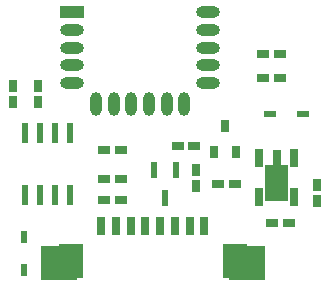
<source format=gtp>
G04*
G04 #@! TF.GenerationSoftware,Altium Limited,Altium Designer,21.7.2 (23)*
G04*
G04 Layer_Color=8421504*
%FSLAX25Y25*%
%MOIN*%
G70*
G04*
G04 #@! TF.SameCoordinates,468C8543-70E2-46C5-B46D-702049A88486*
G04*
G04*
G04 #@! TF.FilePolarity,Positive*
G04*
G01*
G75*
%ADD15R,0.04134X0.02362*%
%ADD16R,0.03937X0.03150*%
%ADD17O,0.07874X0.03937*%
%ADD18C,0.06000*%
%ADD19R,0.02677X0.05906*%
G04:AMPARAMS|DCode=20|XSize=65.35mil|YSize=23.23mil|CornerRadius=2.9mil|HoleSize=0mil|Usage=FLASHONLY|Rotation=270.000|XOffset=0mil|YOffset=0mil|HoleType=Round|Shape=RoundedRectangle|*
%AMROUNDEDRECTD20*
21,1,0.06535,0.01742,0,0,270.0*
21,1,0.05955,0.02323,0,0,270.0*
1,1,0.00581,-0.00871,-0.02977*
1,1,0.00581,-0.00871,0.02977*
1,1,0.00581,0.00871,0.02977*
1,1,0.00581,0.00871,-0.02977*
%
%ADD20ROUNDEDRECTD20*%
%ADD21R,0.03150X0.03937*%
%ADD22O,0.03937X0.07874*%
%ADD23R,0.07874X0.03937*%
G04:AMPARAMS|DCode=24|XSize=42.91mil|YSize=24.02mil|CornerRadius=3mil|HoleSize=0mil|Usage=FLASHONLY|Rotation=90.000|XOffset=0mil|YOffset=0mil|HoleType=Round|Shape=RoundedRectangle|*
%AMROUNDEDRECTD24*
21,1,0.04291,0.01801,0,0,90.0*
21,1,0.03691,0.02402,0,0,90.0*
1,1,0.00600,0.00901,0.01846*
1,1,0.00600,0.00901,-0.01846*
1,1,0.00600,-0.00901,-0.01846*
1,1,0.00600,-0.00901,0.01846*
%
%ADD24ROUNDEDRECTD24*%
%ADD25R,0.02362X0.05709*%
%ADD26R,0.02362X0.04134*%
%ADD27R,0.12205X0.11811*%
%ADD28R,0.03150X0.06299*%
%ADD29R,0.08268X0.11811*%
G36*
X100256Y31551D02*
Y43559D01*
X102717D01*
Y48283D01*
X105394D01*
Y43559D01*
X107854D01*
Y31551D01*
X100256D01*
D02*
G37*
G54D15*
X101965Y60579D02*
D03*
X112988D02*
D03*
G54D16*
X84555Y37020D02*
D03*
X90055D02*
D03*
X76555Y49925D02*
D03*
X71055D02*
D03*
X99555Y80425D02*
D03*
X105055D02*
D03*
Y72425D02*
D03*
X99555D02*
D03*
X46555Y38925D02*
D03*
X52055D02*
D03*
X46555Y31925D02*
D03*
X52055D02*
D03*
X46555Y48425D02*
D03*
X52055D02*
D03*
X102571Y24114D02*
D03*
X108071D02*
D03*
G54D17*
X81193Y70740D02*
D03*
Y76646D02*
D03*
Y82551D02*
D03*
Y88457D02*
D03*
Y94362D02*
D03*
X35917Y70740D02*
D03*
Y76646D02*
D03*
Y82551D02*
D03*
Y88457D02*
D03*
G54D18*
X104055Y38244D02*
D03*
G54D19*
X109961Y45921D02*
D03*
X98150D02*
D03*
Y32929D02*
D03*
X109961D02*
D03*
G54D20*
X35055Y54260D02*
D03*
X30055D02*
D03*
X25055D02*
D03*
X20055D02*
D03*
Y33591D02*
D03*
X25055D02*
D03*
X30055D02*
D03*
X35055D02*
D03*
G54D21*
X24555Y69925D02*
D03*
Y64425D02*
D03*
X117555Y36925D02*
D03*
Y31425D02*
D03*
X16055Y69925D02*
D03*
Y64425D02*
D03*
X77055Y41925D02*
D03*
Y36425D02*
D03*
G54D22*
X73319Y63850D02*
D03*
X67413D02*
D03*
X61508D02*
D03*
X55602D02*
D03*
X49697D02*
D03*
X43791D02*
D03*
G54D23*
X35917Y94362D02*
D03*
G54D24*
X86799Y56315D02*
D03*
X90402Y47890D02*
D03*
X83197D02*
D03*
G54D25*
X66823Y32457D02*
D03*
X63083Y41709D02*
D03*
X70563D02*
D03*
G54D26*
X19831Y19295D02*
D03*
Y8272D02*
D03*
G54D27*
X94097Y10630D02*
D03*
X31594D02*
D03*
G54D28*
X55413Y22933D02*
D03*
X60335D02*
D03*
X50492D02*
D03*
X45571D02*
D03*
X65256D02*
D03*
X70177D02*
D03*
X75098D02*
D03*
X80020D02*
D03*
G54D29*
X35531Y11516D02*
D03*
X90059D02*
D03*
M02*

</source>
